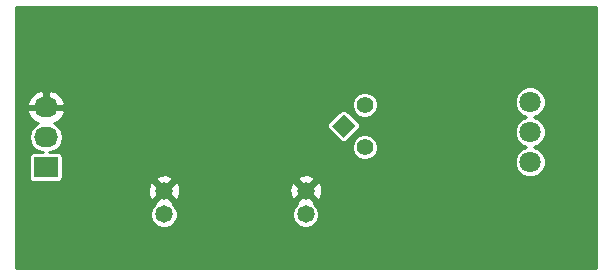
<source format=gbl>
G04 #@! TF.FileFunction,Copper,L2,Bot,Signal*
%FSLAX46Y46*%
G04 Gerber Fmt 4.6, Leading zero omitted, Abs format (unit mm)*
G04 Created by KiCad (PCBNEW (2015-01-16 BZR 5376)-product) date 13/04/2015 08:52:01*
%MOMM*%
G01*
G04 APERTURE LIST*
%ADD10C,0.100000*%
%ADD11C,1.480820*%
%ADD12C,1.800000*%
%ADD13C,1.397000*%
%ADD14R,2.032000X1.727200*%
%ADD15O,2.032000X1.727200*%
%ADD16C,0.889000*%
%ADD17C,0.254000*%
%ADD18C,0.220000*%
G04 APERTURE END LIST*
D10*
D11*
X75000000Y-61984760D03*
X75000000Y-59983240D03*
X63000000Y-61984760D03*
X63000000Y-59983240D03*
D12*
X94000000Y-52460000D03*
X94000000Y-57540000D03*
X94000000Y-55000000D03*
D13*
X80000000Y-52703949D03*
D10*
G36*
X78203949Y-55487828D02*
X77216121Y-54500000D01*
X78203949Y-53512172D01*
X79191777Y-54500000D01*
X78203949Y-55487828D01*
X78203949Y-55487828D01*
G37*
D13*
X80000000Y-56296051D03*
D14*
X53000000Y-58000000D03*
D15*
X53000000Y-55460000D03*
X53000000Y-52920000D03*
D16*
X69500000Y-52400000D03*
X80800000Y-49000000D03*
X64600000Y-47100000D03*
X89700000Y-61800000D03*
D17*
X69500000Y-52400000D02*
X69500000Y-52200000D01*
X80800000Y-49000000D02*
X80500000Y-49000000D01*
X64600000Y-47100000D02*
X64600000Y-46800000D01*
X89700000Y-61800000D02*
X89700000Y-61400000D01*
D18*
G36*
X99540000Y-66540000D02*
X95310226Y-66540000D01*
X95310226Y-57280568D01*
X95111211Y-56798914D01*
X94743024Y-56430084D01*
X94357143Y-56269852D01*
X94741086Y-56111211D01*
X95109916Y-55743024D01*
X95309772Y-55261718D01*
X95310226Y-54740568D01*
X95111211Y-54258914D01*
X94743024Y-53890084D01*
X94357143Y-53729852D01*
X94741086Y-53571211D01*
X95109916Y-53203024D01*
X95309772Y-52721718D01*
X95310226Y-52200568D01*
X95111211Y-51718914D01*
X94743024Y-51350084D01*
X94261718Y-51150228D01*
X93740568Y-51149774D01*
X93258914Y-51348789D01*
X92890084Y-51716976D01*
X92690228Y-52198282D01*
X92689774Y-52719432D01*
X92888789Y-53201086D01*
X93256976Y-53569916D01*
X93642856Y-53730147D01*
X93258914Y-53888789D01*
X92890084Y-54256976D01*
X92690228Y-54738282D01*
X92689774Y-55259432D01*
X92888789Y-55741086D01*
X93256976Y-56109916D01*
X93642856Y-56270147D01*
X93258914Y-56428789D01*
X92890084Y-56796976D01*
X92690228Y-57278282D01*
X92689774Y-57799432D01*
X92888789Y-58281086D01*
X93256976Y-58649916D01*
X93738282Y-58849772D01*
X94259432Y-58850226D01*
X94741086Y-58651211D01*
X95109916Y-58283024D01*
X95309772Y-57801718D01*
X95310226Y-57280568D01*
X95310226Y-66540000D01*
X81108692Y-66540000D01*
X81108692Y-56076524D01*
X81108692Y-52484422D01*
X80940289Y-52076854D01*
X80628735Y-51764756D01*
X80221462Y-51595642D01*
X79780473Y-51595257D01*
X79372905Y-51763660D01*
X79060807Y-52075214D01*
X78891693Y-52482487D01*
X78891308Y-52923476D01*
X79059711Y-53331044D01*
X79371265Y-53643142D01*
X79778538Y-53812256D01*
X80219527Y-53812641D01*
X80627095Y-53644238D01*
X80939193Y-53332684D01*
X81108307Y-52925411D01*
X81108692Y-52484422D01*
X81108692Y-56076524D01*
X80940289Y-55668956D01*
X80628735Y-55356858D01*
X80221462Y-55187744D01*
X79780473Y-55187359D01*
X79609801Y-55257878D01*
X79609801Y-54502623D01*
X79578489Y-54341239D01*
X79487371Y-54204406D01*
X78499543Y-53216578D01*
X78367551Y-53127483D01*
X78206572Y-53094148D01*
X78045188Y-53125460D01*
X77908355Y-53216578D01*
X76920527Y-54204406D01*
X76831432Y-54336398D01*
X76798097Y-54497377D01*
X76829409Y-54658761D01*
X76920527Y-54795594D01*
X77908355Y-55783422D01*
X78040347Y-55872517D01*
X78201326Y-55905852D01*
X78362710Y-55874540D01*
X78499543Y-55783422D01*
X79487371Y-54795594D01*
X79576466Y-54663602D01*
X79609801Y-54502623D01*
X79609801Y-55257878D01*
X79372905Y-55355762D01*
X79060807Y-55667316D01*
X78891693Y-56074589D01*
X78891308Y-56515578D01*
X79059711Y-56923146D01*
X79371265Y-57235244D01*
X79778538Y-57404358D01*
X80219527Y-57404743D01*
X80627095Y-57236340D01*
X80939193Y-56924786D01*
X81108307Y-56517513D01*
X81108692Y-56076524D01*
X81108692Y-66540000D01*
X76373073Y-66540000D01*
X76373073Y-60164794D01*
X76338031Y-59625522D01*
X76199076Y-59290054D01*
X75965956Y-59220931D01*
X75762309Y-59424578D01*
X75762309Y-59017284D01*
X75693186Y-58784164D01*
X75181554Y-58610167D01*
X74642282Y-58645209D01*
X74306814Y-58784164D01*
X74237691Y-59017284D01*
X75000000Y-59779593D01*
X75762309Y-59017284D01*
X75762309Y-59424578D01*
X75203647Y-59983240D01*
X75965956Y-60745549D01*
X76199076Y-60676426D01*
X76373073Y-60164794D01*
X76373073Y-66540000D01*
X76150609Y-66540000D01*
X76150609Y-61756933D01*
X75975839Y-61333956D01*
X75723249Y-61080925D01*
X75762309Y-60949196D01*
X75000000Y-60186887D01*
X74796353Y-60390534D01*
X74796353Y-59983240D01*
X74034044Y-59220931D01*
X73800924Y-59290054D01*
X73626927Y-59801686D01*
X73661969Y-60340958D01*
X73800924Y-60676426D01*
X74034044Y-60745549D01*
X74796353Y-59983240D01*
X74796353Y-60390534D01*
X74237691Y-60949196D01*
X74276822Y-61081168D01*
X74025298Y-61332254D01*
X73849790Y-61754925D01*
X73849391Y-62212587D01*
X74024161Y-62635564D01*
X74347494Y-62959462D01*
X74770165Y-63134970D01*
X75227827Y-63135369D01*
X75650804Y-62960599D01*
X75974702Y-62637266D01*
X76150210Y-62214595D01*
X76150609Y-61756933D01*
X76150609Y-66540000D01*
X64373073Y-66540000D01*
X64373073Y-60164794D01*
X64338031Y-59625522D01*
X64199076Y-59290054D01*
X63965956Y-59220931D01*
X63762309Y-59424578D01*
X63762309Y-59017284D01*
X63693186Y-58784164D01*
X63181554Y-58610167D01*
X62642282Y-58645209D01*
X62306814Y-58784164D01*
X62237691Y-59017284D01*
X63000000Y-59779593D01*
X63762309Y-59017284D01*
X63762309Y-59424578D01*
X63203647Y-59983240D01*
X63965956Y-60745549D01*
X64199076Y-60676426D01*
X64373073Y-60164794D01*
X64373073Y-66540000D01*
X64150609Y-66540000D01*
X64150609Y-61756933D01*
X63975839Y-61333956D01*
X63723249Y-61080925D01*
X63762309Y-60949196D01*
X63000000Y-60186887D01*
X62796353Y-60390534D01*
X62796353Y-59983240D01*
X62034044Y-59220931D01*
X61800924Y-59290054D01*
X61626927Y-59801686D01*
X61661969Y-60340958D01*
X61800924Y-60676426D01*
X62034044Y-60745549D01*
X62796353Y-59983240D01*
X62796353Y-60390534D01*
X62237691Y-60949196D01*
X62276822Y-61081168D01*
X62025298Y-61332254D01*
X61849790Y-61754925D01*
X61849391Y-62212587D01*
X62024161Y-62635564D01*
X62347494Y-62959462D01*
X62770165Y-63134970D01*
X63227827Y-63135369D01*
X63650804Y-62960599D01*
X63974702Y-62637266D01*
X64150210Y-62214595D01*
X64150609Y-61756933D01*
X64150609Y-66540000D01*
X54586305Y-66540000D01*
X54586305Y-53292903D01*
X54586305Y-52547097D01*
X54346432Y-52042102D01*
X53919585Y-51651992D01*
X53375941Y-51454924D01*
X53144000Y-51592492D01*
X53144000Y-52776000D01*
X54471664Y-52776000D01*
X54586305Y-52547097D01*
X54586305Y-53292903D01*
X54471664Y-53064000D01*
X53144000Y-53064000D01*
X53144000Y-53084000D01*
X52856000Y-53084000D01*
X52856000Y-53064000D01*
X52856000Y-52776000D01*
X52856000Y-51592492D01*
X52624059Y-51454924D01*
X52080415Y-51651992D01*
X51653568Y-52042102D01*
X51413695Y-52547097D01*
X51528336Y-52776000D01*
X52856000Y-52776000D01*
X52856000Y-53064000D01*
X51528336Y-53064000D01*
X51413695Y-53292903D01*
X51653568Y-53797898D01*
X52080415Y-54188008D01*
X52339473Y-54281915D01*
X52332277Y-54283347D01*
X51919092Y-54559429D01*
X51643010Y-54972614D01*
X51546063Y-55460000D01*
X51643010Y-55947386D01*
X51919092Y-56360571D01*
X52332277Y-56636653D01*
X52743086Y-56718368D01*
X51984000Y-56718368D01*
X51827668Y-56748700D01*
X51690267Y-56838957D01*
X51598292Y-56975215D01*
X51565968Y-57136400D01*
X51565968Y-58863600D01*
X51596300Y-59019932D01*
X51686557Y-59157333D01*
X51822815Y-59249308D01*
X51984000Y-59281632D01*
X54016000Y-59281632D01*
X54172332Y-59251300D01*
X54309733Y-59161043D01*
X54401708Y-59024785D01*
X54434032Y-58863600D01*
X54434032Y-57136400D01*
X54403700Y-56980068D01*
X54313443Y-56842667D01*
X54177185Y-56750692D01*
X54016000Y-56718368D01*
X53256913Y-56718368D01*
X53667723Y-56636653D01*
X54080908Y-56360571D01*
X54356990Y-55947386D01*
X54453937Y-55460000D01*
X54356990Y-54972614D01*
X54080908Y-54559429D01*
X53667723Y-54283347D01*
X53660526Y-54281915D01*
X53919585Y-54188008D01*
X54346432Y-53797898D01*
X54586305Y-53292903D01*
X54586305Y-66540000D01*
X50460000Y-66540000D01*
X50460000Y-44460000D01*
X99540000Y-44460000D01*
X99540000Y-66540000D01*
X99540000Y-66540000D01*
G37*
X99540000Y-66540000D02*
X95310226Y-66540000D01*
X95310226Y-57280568D01*
X95111211Y-56798914D01*
X94743024Y-56430084D01*
X94357143Y-56269852D01*
X94741086Y-56111211D01*
X95109916Y-55743024D01*
X95309772Y-55261718D01*
X95310226Y-54740568D01*
X95111211Y-54258914D01*
X94743024Y-53890084D01*
X94357143Y-53729852D01*
X94741086Y-53571211D01*
X95109916Y-53203024D01*
X95309772Y-52721718D01*
X95310226Y-52200568D01*
X95111211Y-51718914D01*
X94743024Y-51350084D01*
X94261718Y-51150228D01*
X93740568Y-51149774D01*
X93258914Y-51348789D01*
X92890084Y-51716976D01*
X92690228Y-52198282D01*
X92689774Y-52719432D01*
X92888789Y-53201086D01*
X93256976Y-53569916D01*
X93642856Y-53730147D01*
X93258914Y-53888789D01*
X92890084Y-54256976D01*
X92690228Y-54738282D01*
X92689774Y-55259432D01*
X92888789Y-55741086D01*
X93256976Y-56109916D01*
X93642856Y-56270147D01*
X93258914Y-56428789D01*
X92890084Y-56796976D01*
X92690228Y-57278282D01*
X92689774Y-57799432D01*
X92888789Y-58281086D01*
X93256976Y-58649916D01*
X93738282Y-58849772D01*
X94259432Y-58850226D01*
X94741086Y-58651211D01*
X95109916Y-58283024D01*
X95309772Y-57801718D01*
X95310226Y-57280568D01*
X95310226Y-66540000D01*
X81108692Y-66540000D01*
X81108692Y-56076524D01*
X81108692Y-52484422D01*
X80940289Y-52076854D01*
X80628735Y-51764756D01*
X80221462Y-51595642D01*
X79780473Y-51595257D01*
X79372905Y-51763660D01*
X79060807Y-52075214D01*
X78891693Y-52482487D01*
X78891308Y-52923476D01*
X79059711Y-53331044D01*
X79371265Y-53643142D01*
X79778538Y-53812256D01*
X80219527Y-53812641D01*
X80627095Y-53644238D01*
X80939193Y-53332684D01*
X81108307Y-52925411D01*
X81108692Y-52484422D01*
X81108692Y-56076524D01*
X80940289Y-55668956D01*
X80628735Y-55356858D01*
X80221462Y-55187744D01*
X79780473Y-55187359D01*
X79609801Y-55257878D01*
X79609801Y-54502623D01*
X79578489Y-54341239D01*
X79487371Y-54204406D01*
X78499543Y-53216578D01*
X78367551Y-53127483D01*
X78206572Y-53094148D01*
X78045188Y-53125460D01*
X77908355Y-53216578D01*
X76920527Y-54204406D01*
X76831432Y-54336398D01*
X76798097Y-54497377D01*
X76829409Y-54658761D01*
X76920527Y-54795594D01*
X77908355Y-55783422D01*
X78040347Y-55872517D01*
X78201326Y-55905852D01*
X78362710Y-55874540D01*
X78499543Y-55783422D01*
X79487371Y-54795594D01*
X79576466Y-54663602D01*
X79609801Y-54502623D01*
X79609801Y-55257878D01*
X79372905Y-55355762D01*
X79060807Y-55667316D01*
X78891693Y-56074589D01*
X78891308Y-56515578D01*
X79059711Y-56923146D01*
X79371265Y-57235244D01*
X79778538Y-57404358D01*
X80219527Y-57404743D01*
X80627095Y-57236340D01*
X80939193Y-56924786D01*
X81108307Y-56517513D01*
X81108692Y-56076524D01*
X81108692Y-66540000D01*
X76373073Y-66540000D01*
X76373073Y-60164794D01*
X76338031Y-59625522D01*
X76199076Y-59290054D01*
X75965956Y-59220931D01*
X75762309Y-59424578D01*
X75762309Y-59017284D01*
X75693186Y-58784164D01*
X75181554Y-58610167D01*
X74642282Y-58645209D01*
X74306814Y-58784164D01*
X74237691Y-59017284D01*
X75000000Y-59779593D01*
X75762309Y-59017284D01*
X75762309Y-59424578D01*
X75203647Y-59983240D01*
X75965956Y-60745549D01*
X76199076Y-60676426D01*
X76373073Y-60164794D01*
X76373073Y-66540000D01*
X76150609Y-66540000D01*
X76150609Y-61756933D01*
X75975839Y-61333956D01*
X75723249Y-61080925D01*
X75762309Y-60949196D01*
X75000000Y-60186887D01*
X74796353Y-60390534D01*
X74796353Y-59983240D01*
X74034044Y-59220931D01*
X73800924Y-59290054D01*
X73626927Y-59801686D01*
X73661969Y-60340958D01*
X73800924Y-60676426D01*
X74034044Y-60745549D01*
X74796353Y-59983240D01*
X74796353Y-60390534D01*
X74237691Y-60949196D01*
X74276822Y-61081168D01*
X74025298Y-61332254D01*
X73849790Y-61754925D01*
X73849391Y-62212587D01*
X74024161Y-62635564D01*
X74347494Y-62959462D01*
X74770165Y-63134970D01*
X75227827Y-63135369D01*
X75650804Y-62960599D01*
X75974702Y-62637266D01*
X76150210Y-62214595D01*
X76150609Y-61756933D01*
X76150609Y-66540000D01*
X64373073Y-66540000D01*
X64373073Y-60164794D01*
X64338031Y-59625522D01*
X64199076Y-59290054D01*
X63965956Y-59220931D01*
X63762309Y-59424578D01*
X63762309Y-59017284D01*
X63693186Y-58784164D01*
X63181554Y-58610167D01*
X62642282Y-58645209D01*
X62306814Y-58784164D01*
X62237691Y-59017284D01*
X63000000Y-59779593D01*
X63762309Y-59017284D01*
X63762309Y-59424578D01*
X63203647Y-59983240D01*
X63965956Y-60745549D01*
X64199076Y-60676426D01*
X64373073Y-60164794D01*
X64373073Y-66540000D01*
X64150609Y-66540000D01*
X64150609Y-61756933D01*
X63975839Y-61333956D01*
X63723249Y-61080925D01*
X63762309Y-60949196D01*
X63000000Y-60186887D01*
X62796353Y-60390534D01*
X62796353Y-59983240D01*
X62034044Y-59220931D01*
X61800924Y-59290054D01*
X61626927Y-59801686D01*
X61661969Y-60340958D01*
X61800924Y-60676426D01*
X62034044Y-60745549D01*
X62796353Y-59983240D01*
X62796353Y-60390534D01*
X62237691Y-60949196D01*
X62276822Y-61081168D01*
X62025298Y-61332254D01*
X61849790Y-61754925D01*
X61849391Y-62212587D01*
X62024161Y-62635564D01*
X62347494Y-62959462D01*
X62770165Y-63134970D01*
X63227827Y-63135369D01*
X63650804Y-62960599D01*
X63974702Y-62637266D01*
X64150210Y-62214595D01*
X64150609Y-61756933D01*
X64150609Y-66540000D01*
X54586305Y-66540000D01*
X54586305Y-53292903D01*
X54586305Y-52547097D01*
X54346432Y-52042102D01*
X53919585Y-51651992D01*
X53375941Y-51454924D01*
X53144000Y-51592492D01*
X53144000Y-52776000D01*
X54471664Y-52776000D01*
X54586305Y-52547097D01*
X54586305Y-53292903D01*
X54471664Y-53064000D01*
X53144000Y-53064000D01*
X53144000Y-53084000D01*
X52856000Y-53084000D01*
X52856000Y-53064000D01*
X52856000Y-52776000D01*
X52856000Y-51592492D01*
X52624059Y-51454924D01*
X52080415Y-51651992D01*
X51653568Y-52042102D01*
X51413695Y-52547097D01*
X51528336Y-52776000D01*
X52856000Y-52776000D01*
X52856000Y-53064000D01*
X51528336Y-53064000D01*
X51413695Y-53292903D01*
X51653568Y-53797898D01*
X52080415Y-54188008D01*
X52339473Y-54281915D01*
X52332277Y-54283347D01*
X51919092Y-54559429D01*
X51643010Y-54972614D01*
X51546063Y-55460000D01*
X51643010Y-55947386D01*
X51919092Y-56360571D01*
X52332277Y-56636653D01*
X52743086Y-56718368D01*
X51984000Y-56718368D01*
X51827668Y-56748700D01*
X51690267Y-56838957D01*
X51598292Y-56975215D01*
X51565968Y-57136400D01*
X51565968Y-58863600D01*
X51596300Y-59019932D01*
X51686557Y-59157333D01*
X51822815Y-59249308D01*
X51984000Y-59281632D01*
X54016000Y-59281632D01*
X54172332Y-59251300D01*
X54309733Y-59161043D01*
X54401708Y-59024785D01*
X54434032Y-58863600D01*
X54434032Y-57136400D01*
X54403700Y-56980068D01*
X54313443Y-56842667D01*
X54177185Y-56750692D01*
X54016000Y-56718368D01*
X53256913Y-56718368D01*
X53667723Y-56636653D01*
X54080908Y-56360571D01*
X54356990Y-55947386D01*
X54453937Y-55460000D01*
X54356990Y-54972614D01*
X54080908Y-54559429D01*
X53667723Y-54283347D01*
X53660526Y-54281915D01*
X53919585Y-54188008D01*
X54346432Y-53797898D01*
X54586305Y-53292903D01*
X54586305Y-66540000D01*
X50460000Y-66540000D01*
X50460000Y-44460000D01*
X99540000Y-44460000D01*
X99540000Y-66540000D01*
M02*

</source>
